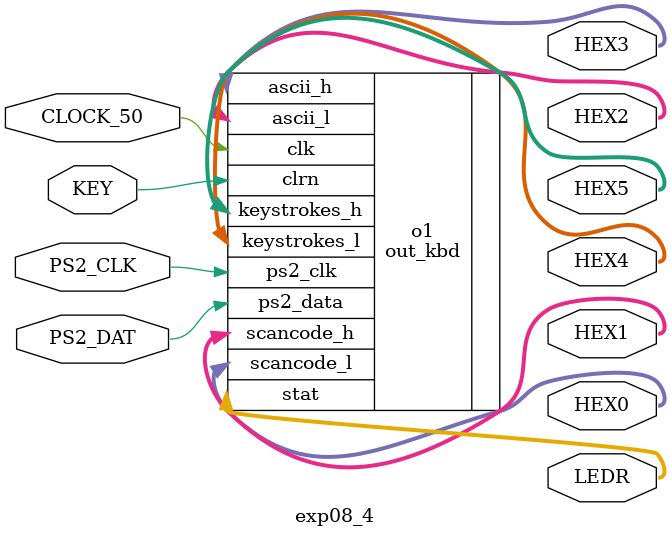
<source format=v>


module exp08_4(

	//////////// CLOCK //////////
	// input 		          		CLOCK2_50,
	// input 		          		CLOCK3_50,
	// input 		          		CLOCK4_50,
	input 		          		CLOCK_50,

	//////////// KEY //////////
	input 		     [0:0]		KEY,

	//////////// LED //////////
	output		     [1:0]		LEDR,

	//////////// Seg7 //////////
	output		     [6:0]		HEX0,
	output		     [6:0]		HEX1,
	output		     [6:0]		HEX2,
	output		     [6:0]		HEX3,
	output		     [6:0]		HEX4,
	output		     [6:0]		HEX5,

	//////////// PS2 //////////
	inout 		          		PS2_CLK,
	// inout 		          		PS2_CLK2,
	inout 		          		PS2_DAT
	// inout 		          		PS2_DAT2
   
   // for debug
   // output [1:0] kbd_type,
   // output [7:0] eff_data, ascii_vec, keystrokes
   
);



//=======================================================
//  REG/WIRE declarations
//=======================================================

   

//=======================================================
//  Structural coding
//=======================================================

   out_kbd o1(
      .clk(CLOCK_50), 
      .clrn(KEY), 
      .ps2_clk(PS2_CLK),
      .ps2_data(PS2_DAT),
      .stat(LEDR),
      .keystrokes_h(HEX5),
      .keystrokes_l(HEX4),
      .ascii_h(HEX3), 
      .ascii_l(HEX2),
      .scancode_h(HEX1),
      .scancode_l(HEX0)
      // .kbd_type(kbd_type), .eff_data(eff_data), .ascii_vec(ascii_vec), .keystrokes(keystrokes)
   );


endmodule

</source>
